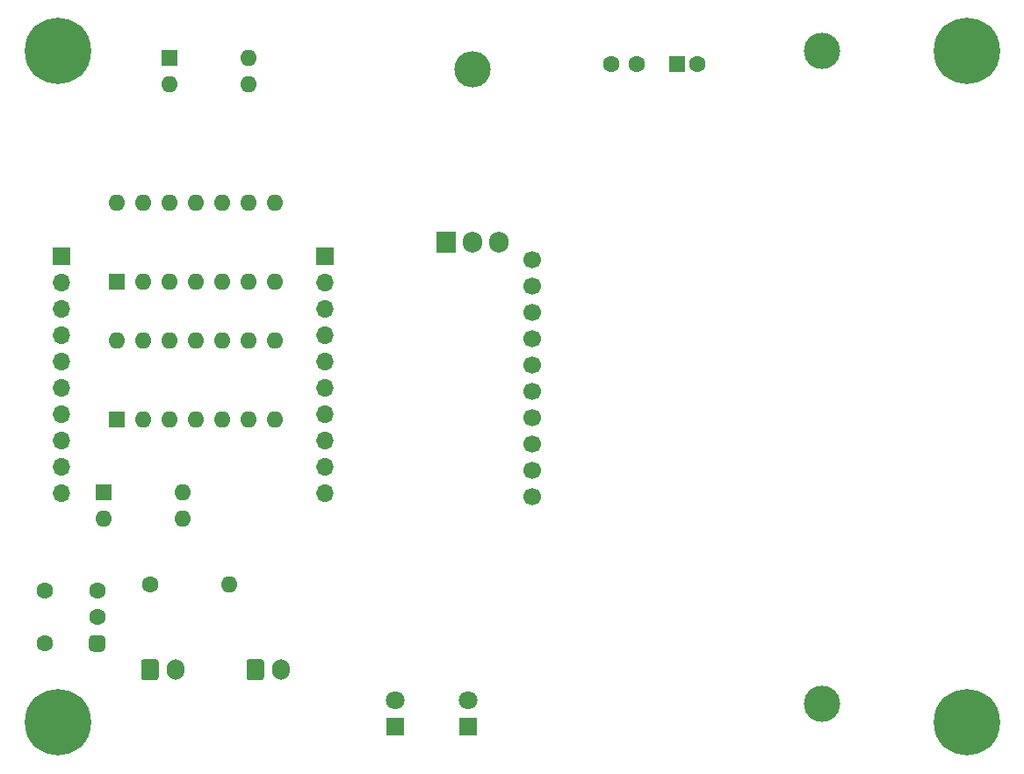
<source format=gbr>
%TF.GenerationSoftware,KiCad,Pcbnew,(5.1.9)-1*%
%TF.CreationDate,2022-07-22T17:15:22+09:00*%
%TF.ProjectId,Receiver,52656365-6976-4657-922e-6b696361645f,rev?*%
%TF.SameCoordinates,Original*%
%TF.FileFunction,Soldermask,Top*%
%TF.FilePolarity,Negative*%
%FSLAX46Y46*%
G04 Gerber Fmt 4.6, Leading zero omitted, Abs format (unit mm)*
G04 Created by KiCad (PCBNEW (5.1.9)-1) date 2022-07-22 17:15:22*
%MOMM*%
%LPD*%
G01*
G04 APERTURE LIST*
%ADD10C,1.700000*%
%ADD11C,3.500000*%
%ADD12R,1.700000X1.700000*%
%ADD13O,1.700000X1.700000*%
%ADD14O,1.700000X2.000000*%
%ADD15R,1.800000X1.800000*%
%ADD16C,1.800000*%
%ADD17C,6.400000*%
%ADD18C,0.800000*%
%ADD19R,1.600000X1.600000*%
%ADD20O,1.600000X1.600000*%
%ADD21C,1.600000*%
%ADD22O,3.500000X3.500000*%
%ADD23R,1.905000X2.000000*%
%ADD24O,1.905000X2.000000*%
G04 APERTURE END LIST*
D10*
%TO.C,U2*%
X149936200Y-111535400D03*
X149936200Y-114075400D03*
X149936200Y-116615400D03*
X149936200Y-119155400D03*
X149936200Y-121695400D03*
X149936200Y-124235400D03*
X149936200Y-126775400D03*
X149936200Y-108995400D03*
X149936200Y-106455400D03*
X149936200Y-103915400D03*
D11*
X177800000Y-83820000D03*
X177800000Y-146820000D03*
%TD*%
D12*
%TO.C,J3*%
X104540000Y-103580000D03*
D13*
X104540000Y-106120000D03*
X104540000Y-108660000D03*
X104540000Y-111200000D03*
X104540000Y-113740000D03*
X104540000Y-116280000D03*
X104540000Y-118820000D03*
X104540000Y-121360000D03*
X104540000Y-123900000D03*
X104540000Y-126440000D03*
%TD*%
%TO.C,J4*%
X129940000Y-126440000D03*
X129940000Y-123900000D03*
X129940000Y-121360000D03*
X129940000Y-118820000D03*
X129940000Y-116280000D03*
X129940000Y-113740000D03*
X129940000Y-111200000D03*
X129940000Y-108660000D03*
X129940000Y-106120000D03*
D12*
X129940000Y-103580000D03*
%TD*%
%TO.C,J5*%
G36*
G01*
X122340000Y-144260000D02*
X122340000Y-142760000D01*
G75*
G02*
X122590000Y-142510000I250000J0D01*
G01*
X123790000Y-142510000D01*
G75*
G02*
X124040000Y-142760000I0J-250000D01*
G01*
X124040000Y-144260000D01*
G75*
G02*
X123790000Y-144510000I-250000J0D01*
G01*
X122590000Y-144510000D01*
G75*
G02*
X122340000Y-144260000I0J250000D01*
G01*
G37*
D14*
X125690000Y-143510000D03*
%TD*%
%TO.C,J6*%
G36*
G01*
X112180000Y-144260000D02*
X112180000Y-142760000D01*
G75*
G02*
X112430000Y-142510000I250000J0D01*
G01*
X113630000Y-142510000D01*
G75*
G02*
X113880000Y-142760000I0J-250000D01*
G01*
X113880000Y-144260000D01*
G75*
G02*
X113630000Y-144510000I-250000J0D01*
G01*
X112430000Y-144510000D01*
G75*
G02*
X112180000Y-144260000I0J250000D01*
G01*
G37*
X115530000Y-143510000D03*
%TD*%
D15*
%TO.C,D1*%
X136725000Y-148985000D03*
D16*
X136725000Y-146445000D03*
%TD*%
%TO.C,D2*%
X143725000Y-146445000D03*
D15*
X143725000Y-148985000D03*
%TD*%
D17*
%TO.C,H1*%
X104140000Y-83820000D03*
D18*
X106540000Y-83820000D03*
X105837056Y-85517056D03*
X104140000Y-86220000D03*
X102442944Y-85517056D03*
X101740000Y-83820000D03*
X102442944Y-82122944D03*
X104140000Y-81420000D03*
X105837056Y-82122944D03*
%TD*%
%TO.C,H2*%
X105837056Y-146892944D03*
X104140000Y-146190000D03*
X102442944Y-146892944D03*
X101740000Y-148590000D03*
X102442944Y-150287056D03*
X104140000Y-150990000D03*
X105837056Y-150287056D03*
X106540000Y-148590000D03*
D17*
X104140000Y-148590000D03*
%TD*%
%TO.C,H3*%
X191770000Y-148590000D03*
D18*
X194170000Y-148590000D03*
X193467056Y-150287056D03*
X191770000Y-150990000D03*
X190072944Y-150287056D03*
X189370000Y-148590000D03*
X190072944Y-146892944D03*
X191770000Y-146190000D03*
X193467056Y-146892944D03*
%TD*%
%TO.C,H4*%
X193467056Y-82122944D03*
X191770000Y-81420000D03*
X190072944Y-82122944D03*
X189370000Y-83820000D03*
X190072944Y-85517056D03*
X191770000Y-86220000D03*
X193467056Y-85517056D03*
X194170000Y-83820000D03*
D17*
X191770000Y-83820000D03*
%TD*%
D19*
%TO.C,SW2*%
X114935000Y-84455000D03*
D20*
X122555000Y-86995000D03*
X114935000Y-86995000D03*
X122555000Y-84455000D03*
%TD*%
D19*
%TO.C,U4*%
X109855000Y-119380000D03*
D20*
X125095000Y-111760000D03*
X112395000Y-119380000D03*
X122555000Y-111760000D03*
X114935000Y-119380000D03*
X120015000Y-111760000D03*
X117475000Y-119380000D03*
X117475000Y-111760000D03*
X120015000Y-119380000D03*
X114935000Y-111760000D03*
X122555000Y-119380000D03*
X112395000Y-111760000D03*
X125095000Y-119380000D03*
X109855000Y-111760000D03*
%TD*%
%TO.C,U5*%
X109855000Y-98425000D03*
X125095000Y-106045000D03*
X112395000Y-98425000D03*
X122555000Y-106045000D03*
X114935000Y-98425000D03*
X120015000Y-106045000D03*
X117475000Y-98425000D03*
X117475000Y-106045000D03*
X120015000Y-98425000D03*
X114935000Y-106045000D03*
X122555000Y-98425000D03*
X112395000Y-106045000D03*
X125095000Y-98425000D03*
D19*
X109855000Y-106045000D03*
%TD*%
D21*
%TO.C,SW1*%
X102870000Y-135890000D03*
X102870000Y-140970000D03*
G36*
G01*
X107150000Y-141370000D02*
X107150000Y-140570000D01*
G75*
G02*
X107550000Y-140170000I400000J0D01*
G01*
X108350000Y-140170000D01*
G75*
G02*
X108750000Y-140570000I0J-400000D01*
G01*
X108750000Y-141370000D01*
G75*
G02*
X108350000Y-141770000I-400000J0D01*
G01*
X107550000Y-141770000D01*
G75*
G02*
X107150000Y-141370000I0J400000D01*
G01*
G37*
X107950000Y-138430000D03*
X107950000Y-135890000D03*
%TD*%
%TO.C,R1*%
X113030000Y-135255000D03*
D20*
X120650000Y-135255000D03*
%TD*%
D19*
%TO.C,U1*%
X108585000Y-126365000D03*
D20*
X116205000Y-128905000D03*
X108585000Y-128905000D03*
X116205000Y-126365000D03*
%TD*%
D21*
%TO.C,C1*%
X159980000Y-85090000D03*
X157480000Y-85090000D03*
%TD*%
D19*
%TO.C,C2*%
X163830000Y-85090000D03*
D21*
X165830000Y-85090000D03*
%TD*%
D22*
%TO.C,U3*%
X144145000Y-85575000D03*
D23*
X141605000Y-102235000D03*
D24*
X144145000Y-102235000D03*
X146685000Y-102235000D03*
%TD*%
M02*

</source>
